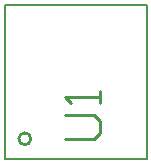
<source format=gbr>
%TF.GenerationSoftware,Altium Limited,Altium Designer,19.1.9 (167)*%
G04 Layer_Color=8388736*
%FSLAX26Y26*%
%MOIN*%
%TF.FileFunction,Other,Top_Assembly*%
%TF.Part,Single*%
G01*
G75*
%TA.AperFunction,NonConductor*%
%ADD60C,0.008000*%
%ADD76C,0.010000*%
D60*
X1528039Y1329654D02*
X2000480D01*
Y1841465D01*
X1528039D02*
X2000480D01*
X1528039Y1329654D02*
Y1841465D01*
D76*
X1615043Y1396583D02*
G03*
X1615043Y1396583I-20075J0D01*
G01*
X1727881Y1397567D02*
X1826274D01*
X1845953Y1417246D01*
Y1456603D01*
X1826274Y1476282D01*
X1727881D01*
X1845953Y1515639D02*
Y1554996D01*
Y1535318D01*
X1727881D01*
X1747559Y1515639D01*
%TF.MD5,728bb1566eef36b815bbf2c04bf1e3fb*%
M02*

</source>
